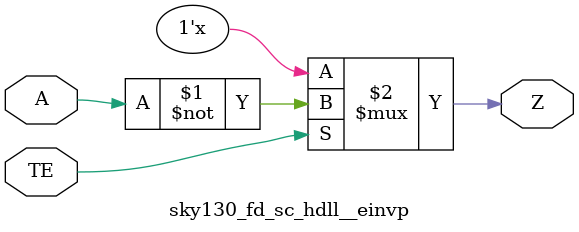
<source format=v>
module sky130_fd_sc_hdll__einvp (
    Z ,
    A ,
    TE
);
    output Z ;
    input  A ;
    input  TE;
    notif1 notif10 (Z     , A, TE          );
endmodule
</source>
